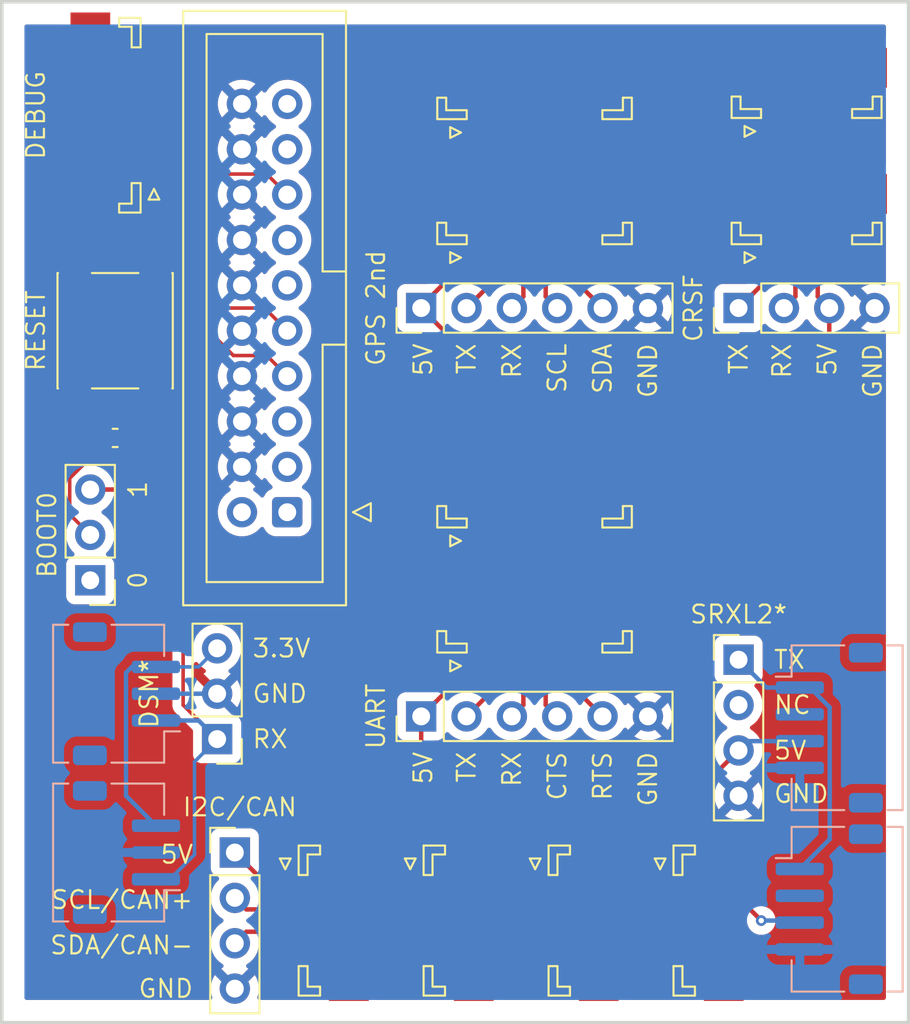
<source format=kicad_pcb>
(kicad_pcb (version 20241229) (generator "pcbnew") (generator_version "9.0")
  (layers (0 "F.Cu" signal) (2 "B.Cu" signal) (13 "F.Paste" user) (15 "B.Paste" user) (5 "F.SilkS" user "F.Silkscreen") (7 "B.SilkS" user "B.Silkscreen") (1 "F.Mask" user) (3 "B.Mask" user) (25 "Edge.Cuts" user))
  (net 0 "")
  (net 1 "GND")
  (net 2 "/BOOT0")
  (net 3 "/NRST")
  (net 4 "+3.3V")
  (net 5 "/SWDIO")
  (net 6 "/SWCLK")
  (net 7 "/I2C_SCL{slash}CAN2_P")
  (net 8 "+5V")
  (net 9 "/I2C_SDA{slash}CAN2_N")
  (net 10 "/UART_RX")
  (net 11 "/UART_RTS")
  (net 12 "/UART_CTS")
  (net 13 "/UART_TX")
  (net 14 "/UART1_TX")
  (net 15 "/UART1_RX")
  (net 16 "/GPS2_UART_TX")
  (net 17 "/GPS2_I2C_SCL")
  (net 18 "/GPS2_UART_RX")
  (net 19 "/GPS2_I2C_SDA")
  (net 32 "/CRSF_RX")
  (net 33 "/CRSF_TX")
  (footprint "Connector_PinHeader_2.54mm:PinHeader_1x04_P2.54mm_Vertical" (layer "F.Cu") (at 147.32 93.345)
    (property "Reference" "J18" (hide yes))
    (property "Value" "2.54mm 4P" (hide yes))
    (pad "1" thru_hole rect (at 0 0) (size 1.7 1.7) (drill 1) (layers "*.Cu" "*.Mask") (net 14 "/UART1_TX"))
    (pad "2" thru_hole circle (at 0 2.54) (size 1.7 1.7) (drill 1) (layers "*.Cu" "*.Mask"))
    (pad "3" thru_hole circle (at 0 5.08) (size 1.7 1.7) (drill 1) (layers "*.Cu" "*.Mask") (net 8 "+5V"))
    (pad "4" thru_hole circle (at 0 7.62) (size 1.7 1.7) (drill 1) (layers "*.Cu" "*.Mask") (net 1 "GND"))
  )
  (footprint "JST_GH_BM:JST_GH_BM06B-GHS-TBT_06" (layer "F.Cu") (at 135.89 91.52)
    (property "Reference" "J6" (hide yes))
    (property "Value" "GH 1.25mm 6P" (hide yes))
    (pad "" smd rect (at -5.05 -1.3875) (size 1.4 2.225) (layers "F.Cu" "F.Mask" "F.Paste"))
    (pad "" smd rect (at 5.05 -1.3875) (size 1.4 2.225) (layers "F.Cu" "F.Mask" "F.Paste"))
    (pad "1" smd rect (at -3.125 1.675) (size 0.6 1.8) (layers "F.Cu" "F.Mask" "F.Paste") (net 8 "+5V"))
    (pad "2" smd rect (at -1.875 1.675) (size 0.6 1.8) (layers "F.Cu" "F.Mask" "F.Paste") (net 13 "/UART_TX"))
    (pad "3" smd rect (at -0.625 1.675) (size 0.6 1.8) (layers "F.Cu" "F.Mask" "F.Paste") (net 10 "/UART_RX"))
    (pad "4" smd rect (at 0.625 1.675) (size 0.6 1.8) (layers "F.Cu" "F.Mask" "F.Paste") (net 12 "/UART_CTS"))
    (pad "5" smd rect (at 1.875 1.675) (size 0.6 1.8) (layers "F.Cu" "F.Mask" "F.Paste") (net 11 "/UART_RTS"))
    (pad "6" smd rect (at 3.125 1.675) (size 0.6 1.8) (layers "F.Cu" "F.Mask" "F.Paste") (net 1 "GND"))
  )
  (footprint "Connector_PinHeader_2.54mm:PinHeader_1x03_P2.54mm_Vertical" (layer "F.Cu") (at 111 88.9 180)
    (property "Reference" "J1" (hide yes))
    (property "Value" "2.54mm 3P" (hide yes))
    (pad "1" thru_hole rect (at 0 0 180) (size 1.7 1.7) (drill 1) (layers "*.Cu" "*.Mask"))
    (pad "2" thru_hole circle (at 0 2.54 180) (size 1.7 1.7) (drill 1) (layers "*.Cu" "*.Mask") (net 2 "/BOOT0"))
    (pad "3" thru_hole circle (at 0 5.08 180) (size 1.7 1.7) (drill 1) (layers "*.Cu" "*.Mask") (net 4 "+3.3V"))
  )
  (footprint "JST_GH_BM:JST_GH_BM04B-GHS-TBT_04" (layer "F.Cu") (at 151.13 68.66)
    (property "Reference" "J15" (hide yes))
    (property "Value" "GH 1.25mm 4P" (hide yes))
    (pad "" smd rect (at -3.8 -1.3875) (size 1.4 2.225) (layers "F.Cu" "F.Mask" "F.Paste"))
    (pad "" smd rect (at 3.8 -1.3875) (size 1.4 2.225) (layers "F.Cu" "F.Mask" "F.Paste"))
    (pad "1" smd rect (at -1.875 1.675) (size 0.6 1.8) (layers "F.Cu" "F.Mask" "F.Paste") (net 33 "/CRSF_TX"))
    (pad "2" smd rect (at -0.625 1.675) (size 0.6 1.8) (layers "F.Cu" "F.Mask" "F.Paste") (net 32 "/CRSF_RX"))
    (pad "3" smd rect (at 0.625 1.675) (size 0.6 1.8) (layers "F.Cu" "F.Mask" "F.Paste") (net 8 "+5V"))
    (pad "4" smd rect (at 1.875 1.675) (size 0.6 1.8) (layers "F.Cu" "F.Mask" "F.Paste") (net 1 "GND"))
  )
  (footprint "Connector_PinHeader_2.54mm:PinHeader_1x06_P2.54mm_Vertical" (layer "F.Cu") (at 129.54 96.52 90)
    (property "Reference" "J10" (hide yes))
    (property "Value" "2.54mm 6P" (hide yes))
    (pad "1" thru_hole rect (at 0 0 90) (size 1.7 1.7) (drill 1) (layers "*.Cu" "*.Mask") (net 8 "+5V"))
    (pad "2" thru_hole circle (at 0 2.54 90) (size 1.7 1.7) (drill 1) (layers "*.Cu" "*.Mask") (net 13 "/UART_TX"))
    (pad "3" thru_hole circle (at 0 5.08 90) (size 1.7 1.7) (drill 1) (layers "*.Cu" "*.Mask") (net 10 "/UART_RX"))
    (pad "4" thru_hole circle (at 0 7.62 90) (size 1.7 1.7) (drill 1) (layers "*.Cu" "*.Mask") (net 12 "/UART_CTS"))
    (pad "5" thru_hole circle (at 0 10.16 90) (size 1.7 1.7) (drill 1) (layers "*.Cu" "*.Mask") (net 11 "/UART_RTS"))
    (pad "6" thru_hole circle (at 0 12.7 90) (size 1.7 1.7) (drill 1) (layers "*.Cu" "*.Mask") (net 1 "GND"))
  )
  (footprint "Connector_PinHeader_2.54mm:PinHeader_1x04_P2.54mm_Vertical" (layer "F.Cu") (at 119.1 104.14)
    (property "Reference" "J11" (hide yes))
    (property "Value" "2.54mm 4P" (hide yes))
    (pad "1" thru_hole rect (at 0 0) (size 1.7 1.7) (drill 1) (layers "*.Cu" "*.Mask") (net 8 "+5V"))
    (pad "2" thru_hole circle (at 0 2.54) (size 1.7 1.7) (drill 1) (layers "*.Cu" "*.Mask") (net 7 "/I2C_SCL{slash}CAN2_P"))
    (pad "3" thru_hole circle (at 0 5.08) (size 1.7 1.7) (drill 1) (layers "*.Cu" "*.Mask") (net 9 "/I2C_SDA{slash}CAN2_N"))
    (pad "4" thru_hole circle (at 0 7.62) (size 1.7 1.7) (drill 1) (layers "*.Cu" "*.Mask") (net 1 "GND"))
  )
  (footprint "Capacitor_SMD:C_0603_1608Metric" (layer "F.Cu") (at 112.395 80.93 180)
    (property "Reference" "C1" (hide yes))
    (property "Value" "0.1u" (hide yes))
    (pad "1" smd roundrect (at -0.775 0 180) (size 0.9 0.95) (layers "F.Cu" "F.Mask" "F.Paste") (net 2 "/BOOT0"))
    (pad "2" smd roundrect (at 0.775 0 180) (size 0.9 0.95) (layers "F.Cu" "F.Mask" "F.Paste") (net 1 "GND"))
  )
  (footprint "Connector_IDC:IDC-Header_2x10_P2.54mm_Vertical" (layer "F.Cu") (at 122.0375 85.09 180)
    (property "Reference" "J8" (hide yes))
    (property "Value" "JTAG 20 Pin" (hide yes))
    (pad "1" thru_hole roundrect (at 0 0 180) (size 1.7 1.7) (drill 1) (layers "*.Cu" "*.Mask") (roundrect_rratio 0.147059))
    (pad "2" thru_hole circle (at 2.54 0 180) (size 1.7 1.7) (drill 1) (layers "*.Cu" "*.Mask"))
    (pad "3" thru_hole circle (at 0 2.54 180) (size 1.7 1.7) (drill 1) (layers "*.Cu" "*.Mask"))
    (pad "4" thru_hole circle (at 2.54 2.54 180) (size 1.7 1.7) (drill 1) (layers "*.Cu" "*.Mask") (net 1 "GND"))
    (pad "5" thru_hole circle (at 0 5.08 180) (size 1.7 1.7) (drill 1) (layers "*.Cu" "*.Mask"))
    (pad "6" thru_hole circle (at 2.54 5.08 180) (size 1.7 1.7) (drill 1) (layers "*.Cu" "*.Mask") (net 1 "GND"))
    (pad "7" thru_hole circle (at 0 7.62 180) (size 1.7 1.7) (drill 1) (layers "*.Cu" "*.Mask") (net 5 "/SWDIO"))
    (pad "8" thru_hole circle (at 2.54 7.62 180) (size 1.7 1.7) (drill 1) (layers "*.Cu" "*.Mask") (net 1 "GND"))
    (pad "9" thru_hole circle (at 0 10.16 180) (size 1.7 1.7) (drill 1) (layers "*.Cu" "*.Mask") (net 6 "/SWCLK"))
    (pad "10" thru_hole circle (at 2.54 10.16 180) (size 1.7 1.7) (drill 1) (layers "*.Cu" "*.Mask") (net 1 "GND"))
    (pad "11" thru_hole circle (at 0 12.7 180) (size 1.7 1.7) (drill 1) (layers "*.Cu" "*.Mask"))
    (pad "12" thru_hole circle (at 2.54 12.7 180) (size 1.7 1.7) (drill 1) (layers "*.Cu" "*.Mask") (net 1 "GND"))
    (pad "13" thru_hole circle (at 0 15.24 180) (size 1.7 1.7) (drill 1) (layers "*.Cu" "*.Mask"))
    (pad "14" thru_hole circle (at 2.54 15.24 180) (size 1.7 1.7) (drill 1) (layers "*.Cu" "*.Mask") (net 1 "GND"))
    (pad "15" thru_hole circle (at 0 17.78 180) (size 1.7 1.7) (drill 1) (layers "*.Cu" "*.Mask") (net 3 "/NRST"))
    (pad "16" thru_hole circle (at 2.54 17.78 180) (size 1.7 1.7) (drill 1) (layers "*.Cu" "*.Mask") (net 1 "GND"))
    (pad "17" thru_hole circle (at 0 20.32 180) (size 1.7 1.7) (drill 1) (layers "*.Cu" "*.Mask"))
    (pad "18" thru_hole circle (at 2.54 20.32 180) (size 1.7 1.7) (drill 1) (layers "*.Cu" "*.Mask") (net 1 "GND"))
    (pad "19" thru_hole circle (at 0 22.86 180) (size 1.7 1.7) (drill 1) (layers "*.Cu" "*.Mask"))
    (pad "20" thru_hole circle (at 2.54 22.86 180) (size 1.7 1.7) (drill 1) (layers "*.Cu" "*.Mask") (net 1 "GND"))
  )
  (footprint "JST_GH_BM:JST_GH_BM06B-GHS-TBT_06" (layer "F.Cu") (at 135.89 61.66)
    (property "Reference" "J12" (hide yes))
    (property "Value" "GH 1.25mm 6P" (hide yes))
    (pad "" smd rect (at -5.05 -1.3875) (size 1.4 2.225) (layers "F.Cu" "F.Mask" "F.Paste"))
    (pad "" smd rect (at 5.05 -1.3875) (size 1.4 2.225) (layers "F.Cu" "F.Mask" "F.Paste"))
    (pad "1" smd rect (at -3.125 1.675) (size 0.6 1.8) (layers "F.Cu" "F.Mask" "F.Paste") (net 8 "+5V"))
    (pad "2" smd rect (at -1.875 1.675) (size 0.6 1.8) (layers "F.Cu" "F.Mask" "F.Paste") (net 16 "/GPS2_UART_TX"))
    (pad "3" smd rect (at -0.625 1.675) (size 0.6 1.8) (layers "F.Cu" "F.Mask" "F.Paste") (net 18 "/GPS2_UART_RX"))
    (pad "4" smd rect (at 0.625 1.675) (size 0.6 1.8) (layers "F.Cu" "F.Mask" "F.Paste") (net 17 "/GPS2_I2C_SCL"))
    (pad "5" smd rect (at 1.875 1.675) (size 0.6 1.8) (layers "F.Cu" "F.Mask" "F.Paste") (net 19 "/GPS2_I2C_SDA"))
    (pad "6" smd rect (at 3.125 1.675) (size 0.6 1.8) (layers "F.Cu" "F.Mask" "F.Paste") (net 1 "GND"))
  )
  (footprint "JST_GH_BM:JST_GH_BM04B-GHS-TBT_04" (layer "F.Cu") (at 131.1 107.95 -90)
    (property "Reference" "J7" (hide yes))
    (property "Value" "GH 1.25mm 4P" (hide yes))
    (pad "" smd rect (at -3.8 -1.3875 270) (size 1.4 2.225) (layers "F.Cu" "F.Mask" "F.Paste"))
    (pad "" smd rect (at 3.8 -1.3875 270) (size 1.4 2.225) (layers "F.Cu" "F.Mask" "F.Paste"))
    (pad "1" smd rect (at -1.875 1.675 270) (size 0.6 1.8) (layers "F.Cu" "F.Mask" "F.Paste") (net 8 "+5V"))
    (pad "2" smd rect (at -0.625 1.675 270) (size 0.6 1.8) (layers "F.Cu" "F.Mask" "F.Paste") (net 7 "/I2C_SCL{slash}CAN2_P"))
    (pad "3" smd rect (at 0.625 1.675 270) (size 0.6 1.8) (layers "F.Cu" "F.Mask" "F.Paste") (net 9 "/I2C_SDA{slash}CAN2_N"))
    (pad "4" smd rect (at 1.875 1.675 270) (size 0.6 1.8) (layers "F.Cu" "F.Mask" "F.Paste") (net 1 "GND"))
  )
  (footprint "JST_GH_BM:JST_GH_BM06B-GHS-TBT_06" (layer "F.Cu") (at 135.89 68.66)
    (property "Reference" "J16" (hide yes))
    (property "Value" "GH 1.25mm 6P" (hide yes))
    (pad "" smd rect (at -5.05 -1.3875) (size 1.4 2.225) (layers "F.Cu" "F.Mask" "F.Paste"))
    (pad "" smd rect (at 5.05 -1.3875) (size 1.4 2.225) (layers "F.Cu" "F.Mask" "F.Paste"))
    (pad "1" smd rect (at -3.125 1.675) (size 0.6 1.8) (layers "F.Cu" "F.Mask" "F.Paste") (net 8 "+5V"))
    (pad "2" smd rect (at -1.875 1.675) (size 0.6 1.8) (layers "F.Cu" "F.Mask" "F.Paste") (net 16 "/GPS2_UART_TX"))
    (pad "3" smd rect (at -0.625 1.675) (size 0.6 1.8) (layers "F.Cu" "F.Mask" "F.Paste") (net 18 "/GPS2_UART_RX"))
    (pad "4" smd rect (at 0.625 1.675) (size 0.6 1.8) (layers "F.Cu" "F.Mask" "F.Paste") (net 17 "/GPS2_I2C_SCL"))
    (pad "5" smd rect (at 1.875 1.675) (size 0.6 1.8) (layers "F.Cu" "F.Mask" "F.Paste") (net 19 "/GPS2_I2C_SDA"))
    (pad "6" smd rect (at 3.125 1.675) (size 0.6 1.8) (layers "F.Cu" "F.Mask" "F.Paste") (net 1 "GND"))
  )
  (footprint "JST_GH_BM:JST_GH_BM04B-GHS-TBT_04" (layer "F.Cu") (at 151.13 61.595)
    (property "Reference" "J22" (hide yes))
    (property "Value" "GH 1.25mm 4P" (hide yes))
    (pad "" smd rect (at -3.8 -1.3875) (size 1.4 2.225) (layers "F.Cu" "F.Mask" "F.Paste"))
    (pad "" smd rect (at 3.8 -1.3875) (size 1.4 2.225) (layers "F.Cu" "F.Mask" "F.Paste"))
    (pad "1" smd rect (at -1.875 1.675) (size 0.6 1.8) (layers "F.Cu" "F.Mask" "F.Paste") (net 33 "/CRSF_TX"))
    (pad "2" smd rect (at -0.625 1.675) (size 0.6 1.8) (layers "F.Cu" "F.Mask" "F.Paste") (net 32 "/CRSF_RX"))
    (pad "3" smd rect (at 0.625 1.675) (size 0.6 1.8) (layers "F.Cu" "F.Mask" "F.Paste") (net 8 "+5V"))
    (pad "4" smd rect (at 1.875 1.675) (size 0.6 1.8) (layers "F.Cu" "F.Mask" "F.Paste") (net 1 "GND"))
  )
  (footprint "JST_GH_BM:JST_GH_BM04B-GHS-TBT_04" (layer "F.Cu") (at 124.1 107.95 -90)
    (property "Reference" "J9" (hide yes))
    (property "Value" "GH 1.25mm 4P" (hide yes))
    (pad "" smd rect (at -3.8 -1.3875 270) (size 1.4 2.225) (layers "F.Cu" "F.Mask" "F.Paste"))
    (pad "" smd rect (at 3.8 -1.3875 270) (size 1.4 2.225) (layers "F.Cu" "F.Mask" "F.Paste"))
    (pad "1" smd rect (at -1.875 1.675 270) (size 0.6 1.8) (layers "F.Cu" "F.Mask" "F.Paste") (net 8 "+5V"))
    (pad "2" smd rect (at -0.625 1.675 270) (size 0.6 1.8) (layers "F.Cu" "F.Mask" "F.Paste") (net 7 "/I2C_SCL{slash}CAN2_P"))
    (pad "3" smd rect (at 0.625 1.675 270) (size 0.6 1.8) (layers "F.Cu" "F.Mask" "F.Paste") (net 9 "/I2C_SDA{slash}CAN2_N"))
    (pad "4" smd rect (at 1.875 1.675 270) (size 0.6 1.8) (layers "F.Cu" "F.Mask" "F.Paste") (net 1 "GND"))
  )
  (footprint "Button_Switch_SMD:SW_SPST_PTS645" (layer "F.Cu") (at 112.395 74.93 90)
    (property "Reference" "SW1" (hide yes))
    (property "Value" "SW_Push" (hide yes))
    (pad "1" smd rect (at -3.98 -2.25 90) (size 1.55 1.3) (layers "F.Cu" "F.Mask" "F.Paste") (net 1 "GND"))
    (pad "1" smd rect (at 3.98 -2.25 90) (size 1.55 1.3) (layers "F.Cu" "F.Mask" "F.Paste") (net 1 "GND"))
    (pad "2" smd rect (at -3.98 2.25 90) (size 1.55 1.3) (layers "F.Cu" "F.Mask" "F.Paste") (net 2 "/BOOT0"))
    (pad "2" smd rect (at 3.98 2.25 90) (size 1.55 1.3) (layers "F.Cu" "F.Mask" "F.Paste") (net 2 "/BOOT0"))
  )
  (footprint "Connector_PinHeader_2.54mm:PinHeader_1x03_P2.54mm_Vertical" (layer "F.Cu") (at 118.11 97.79 180)
    (property "Reference" "J17" (hide yes))
    (property "Value" "2.54mm 3P" (hide yes))
    (pad "1" thru_hole rect (at 0 0 180) (size 1.7 1.7) (drill 1) (layers "*.Cu" "*.Mask") (net 4 "+3.3V"))
    (pad "2" thru_hole circle (at 0 2.54 180) (size 1.7 1.7) (drill 1) (layers "*.Cu" "*.Mask") (net 1 "GND"))
    (pad "3" thru_hole circle (at 0 5.08 180) (size 1.7 1.7) (drill 1) (layers "*.Cu" "*.Mask") (net 15 "/UART1_RX"))
  )
  (footprint "JST_GH_BM:JST_GH_BM04B-GHS-TBT_04" (layer "F.Cu") (at 145.1 107.95 -90)
    (property "Reference" "J3" (hide yes))
    (property "Value" "GH 1.25mm 4P" (hide yes))
    (pad "" smd rect (at -3.8 -1.3875 270) (size 1.4 2.225) (layers "F.Cu" "F.Mask" "F.Paste"))
    (pad "" smd rect (at 3.8 -1.3875 270) (size 1.4 2.225) (layers "F.Cu" "F.Mask" "F.Paste"))
    (pad "1" smd rect (at -1.875 1.675 270) (size 0.6 1.8) (layers "F.Cu" "F.Mask" "F.Paste") (net 8 "+5V"))
    (pad "2" smd rect (at -0.625 1.675 270) (size 0.6 1.8) (layers "F.Cu" "F.Mask" "F.Paste") (net 7 "/I2C_SCL{slash}CAN2_P"))
    (pad "3" smd rect (at 0.625 1.675 270) (size 0.6 1.8) (layers "F.Cu" "F.Mask" "F.Paste") (net 9 "/I2C_SDA{slash}CAN2_N"))
    (pad "4" smd rect (at 1.875 1.675 270) (size 0.6 1.8) (layers "F.Cu" "F.Mask" "F.Paste") (net 1 "GND"))
  )
  (footprint "JST_GH_BM:JST_GH_BM06B-GHS-TBT_06" (layer "F.Cu") (at 112.395 62.865 90)
    (property "Reference" "J2" (hide yes))
    (property "Value" "GH 1.25mm 6P" (hide yes))
    (pad "" smd rect (at -5.05 -1.3875 90) (size 1.4 2.225) (layers "F.Cu" "F.Mask" "F.Paste"))
    (pad "" smd rect (at 5.05 -1.3875 90) (size 1.4 2.225) (layers "F.Cu" "F.Mask" "F.Paste"))
    (pad "1" smd rect (at -3.125 1.675 90) (size 0.6 1.8) (layers "F.Cu" "F.Mask" "F.Paste") (net 4 "+3.3V"))
    (pad "2" smd rect (at -1.875 1.675 90) (size 0.6 1.8) (layers "F.Cu" "F.Mask" "F.Paste") (net 5 "/SWDIO"))
    (pad "3" smd rect (at -0.625 1.675 90) (size 0.6 1.8) (layers "F.Cu" "F.Mask" "F.Paste") (net 6 "/SWCLK"))
    (pad "4" smd rect (at 0.625 1.675 90) (size 0.6 1.8) (layers "F.Cu" "F.Mask" "F.Paste") (net 3 "/NRST"))
    (pad "5" smd rect (at 1.875 1.675 90) (size 0.6 1.8) (layers "F.Cu" "F.Mask" "F.Paste") (net 2 "/BOOT0"))
    (pad "6" smd rect (at 3.125 1.675 90) (size 0.6 1.8) (layers "F.Cu" "F.Mask" "F.Paste") (net 1 "GND"))
  )
  (footprint "Connector_PinHeader_2.54mm:PinHeader_1x04_P2.54mm_Vertical" (layer "F.Cu") (at 147.32 73.66 90)
    (property "Reference" "J19" (hide yes))
    (property "Value" "2.54mm 4P" (hide yes))
    (pad "1" thru_hole rect (at 0 0 90) (size 1.7 1.7) (drill 1) (layers "*.Cu" "*.Mask") (net 33 "/CRSF_TX"))
    (pad "2" thru_hole circle (at 0 2.54 90) (size 1.7 1.7) (drill 1) (layers "*.Cu" "*.Mask") (net 32 "/CRSF_RX"))
    (pad "3" thru_hole circle (at 0 5.08 90) (size 1.7 1.7) (drill 1) (layers "*.Cu" "*.Mask") (net 8 "+5V"))
    (pad "4" thru_hole circle (at 0 7.62 90) (size 1.7 1.7) (drill 1) (layers "*.Cu" "*.Mask") (net 1 "GND"))
  )
  (footprint "Connector_PinHeader_2.54mm:PinHeader_1x06_P2.54mm_Vertical" (layer "F.Cu") (at 129.54 73.66 90)
    (property "Reference" "J20" (hide yes))
    (property "Value" "2.54mm 6P" (hide yes))
    (pad "1" thru_hole rect (at 0 0 90) (size 1.7 1.7) (drill 1) (layers "*.Cu" "*.Mask") (net 8 "+5V"))
    (pad "2" thru_hole circle (at 0 2.54 90) (size 1.7 1.7) (drill 1) (layers "*.Cu" "*.Mask") (net 16 "/GPS2_UART_TX"))
    (pad "3" thru_hole circle (at 0 5.08 90) (size 1.7 1.7) (drill 1) (layers "*.Cu" "*.Mask") (net 18 "/GPS2_UART_RX"))
    (pad "4" thru_hole circle (at 0 7.62 90) (size 1.7 1.7) (drill 1) (layers "*.Cu" "*.Mask") (net 17 "/GPS2_I2C_SCL"))
    (pad "5" thru_hole circle (at 0 10.16 90) (size 1.7 1.7) (drill 1) (layers "*.Cu" "*.Mask") (net 19 "/GPS2_I2C_SDA"))
    (pad "6" thru_hole circle (at 0 12.7 90) (size 1.7 1.7) (drill 1) (layers "*.Cu" "*.Mask") (net 1 "GND"))
  )
  (footprint "JST_GH_BM:JST_GH_BM06B-GHS-TBT_06" (layer "F.Cu") (at 135.89 84.52)
    (property "Reference" "J4" (hide yes))
    (property "Value" "GH 1.25mm 6P" (hide yes))
    (pad "" smd rect (at -5.05 -1.3875) (size 1.4 2.225) (layers "F.Cu" "F.Mask" "F.Paste"))
    (pad "" smd rect (at 5.05 -1.3875) (size 1.4 2.225) (layers "F.Cu" "F.Mask" "F.Paste"))
    (pad "1" smd rect (at -3.125 1.675) (size 0.6 1.8) (layers "F.Cu" "F.Mask" "F.Paste") (net 8 "+5V"))
    (pad "2" smd rect (at -1.875 1.675) (size 0.6 1.8) (layers "F.Cu" "F.Mask" "F.Paste") (net 13 "/UART_TX"))
    (pad "3" smd rect (at -0.625 1.675) (size 0.6 1.8) (layers "F.Cu" "F.Mask" "F.Paste") (net 10 "/UART_RX"))
    (pad "4" smd rect (at 0.625 1.675) (size 0.6 1.8) (layers "F.Cu" "F.Mask" "F.Paste") (net 12 "/UART_CTS"))
    (pad "5" smd rect (at 1.875 1.675) (size 0.6 1.8) (layers "F.Cu" "F.Mask" "F.Paste") (net 11 "/UART_RTS"))
    (pad "6" smd rect (at 3.125 1.675) (size 0.6 1.8) (layers "F.Cu" "F.Mask" "F.Paste") (net 1 "GND"))
  )
  (footprint "JST_GH_BM:JST_GH_BM04B-GHS-TBT_04" (layer "F.Cu") (at 138.1 107.95 -90)
    (property "Reference" "J5" (hide yes))
    (property "Value" "GH 1.25mm 4P" (hide yes))
    (pad "" smd rect (at -3.8 -1.3875 270) (size 1.4 2.225) (layers "F.Cu" "F.Mask" "F.Paste"))
    (pad "" smd rect (at 3.8 -1.3875 270) (size 1.4 2.225) (layers "F.Cu" "F.Mask" "F.Paste"))
    (pad "1" smd rect (at -1.875 1.675 270) (size 0.6 1.8) (layers "F.Cu" "F.Mask" "F.Paste") (net 8 "+5V"))
    (pad "2" smd rect (at -0.625 1.675 270) (size 0.6 1.8) (layers "F.Cu" "F.Mask" "F.Paste") (net 7 "/I2C_SCL{slash}CAN2_P"))
    (pad "3" smd rect (at 0.625 1.675 270) (size 0.6 1.8) (layers "F.Cu" "F.Mask" "F.Paste") (net 9 "/I2C_SDA{slash}CAN2_N"))
    (pad "4" smd rect (at 1.875 1.675 270) (size 0.6 1.8) (layers "F.Cu" "F.Mask" "F.Paste") (net 1 "GND"))
  )
  (footprint "JST_ZH:JST_ZH_S3B-ZR-SM4A-TF_1x03-1MP_P1.50mm_Horizontal" (layer "B.Cu") (at 113.03 95.25 90)
    (property "Reference" "J13" (hide yes))
    (property "Value" "ZH 1.5mm 3P" (hide yes))
    (pad "1" smd roundrect (at -1.5 1.65 90) (size 0.7 2.7) (layers "B.Cu" "B.Mask" "B.Paste") (net 4 "+3.3V"))
    (pad "2" smd roundrect (at 0 1.65 90) (size 0.7 2.7) (layers "B.Cu" "B.Mask" "B.Paste") (net 1 "GND"))
    (pad "3" smd roundrect (at 1.5 1.65 90) (size 0.7 2.7) (layers "B.Cu" "B.Mask" "B.Paste") (net 15 "/UART1_RX"))
    (pad "MP" smd roundrect (at -3.45 -2.05 90) (size 1.1 1.9) (layers "B.Cu" "B.Mask" "B.Paste") (roundrect_rratio 0.227273))
    (pad "MP" smd roundrect (at 3.45 -2.05 90) (size 1.1 1.9) (layers "B.Cu" "B.Mask" "B.Paste") (roundrect_rratio 0.227273))
  )
  (footprint "JST_ZH:JST_ZH_S3B-ZR-SM4A-TF_1x03-1MP_P1.50mm_Horizontal" (layer "B.Cu") (at 113.03 104.14 90)
    (property "Reference" "J21" (hide yes))
    (property "Value" "ZH 1.5mm 3P" (hide yes))
    (pad "1" smd roundrect (at -1.5 1.65 90) (size 0.7 2.7) (layers "B.Cu" "B.Mask" "B.Paste") (net 4 "+3.3V"))
    (pad "2" smd roundrect (at 0 1.65 90) (size 0.7 2.7) (layers "B.Cu" "B.Mask" "B.Paste") (net 1 "GND"))
    (pad "3" smd roundrect (at 1.5 1.65 90) (size 0.7 2.7) (layers "B.Cu" "B.Mask" "B.Paste") (net 15 "/UART1_RX"))
    (pad "MP" smd roundrect (at -3.45 -2.05 90) (size 1.1 1.9) (layers "B.Cu" "B.Mask" "B.Paste") (roundrect_rratio 0.227273))
    (pad "MP" smd roundrect (at 3.45 -2.05 90) (size 1.1 1.9) (layers "B.Cu" "B.Mask" "B.Paste") (roundrect_rratio 0.227273))
  )
  (footprint "JST_ZH:JST_ZH_S4B-ZR-SM4A-TF_1x04-1MP_P1.50mm_Horizontal" (layer "B.Cu") (at 152.4 107.315 -90)
    (property "Reference" "J23" (hide yes))
    (property "Value" "ZH 1.5mm 4P" (hide yes))
    (pad "1" smd roundrect (at -2.25 1.65 270) (size 0.7 2.7) (layers "B.Cu" "B.Mask" "B.Paste") (net 14 "/UART1_TX"))
    (pad "2" smd roundrect (at -0.75 1.65 270) (size 0.7 2.7) (layers "B.Cu" "B.Mask" "B.Paste"))
    (pad "3" smd roundrect (at 0.75 1.65 270) (size 0.7 2.7) (layers "B.Cu" "B.Mask" "B.Paste") (net 8 "+5V"))
    (pad "4" smd roundrect (at 2.25 1.65 270) (size 0.7 2.7) (layers "B.Cu" "B.Mask" "B.Paste") (net 1 "GND"))
    (pad "MP" smd roundrect (at -4.2 -2.05 270) (size 1.1 1.9) (layers "B.Cu" "B.Mask" "B.Paste") (roundrect_rratio 0.227273))
    (pad "MP" smd roundrect (at 4.2 -2.05 270) (size 1.1 1.9) (layers "B.Cu" "B.Mask" "B.Paste") (roundrect_rratio 0.227273))
  )
  (footprint "JST_ZH:JST_ZH_S4B-ZR-SM4A-TF_1x04-1MP_P1.50mm_Horizontal" (layer "B.Cu") (at 152.4 97.155 -90)
    (property "Reference" "J14" (hide yes))
    (property "Value" "ZH 1.5mm 4P" (hide yes))
    (pad "1" smd roundrect (at -2.25 1.65 270) (size 0.7 2.7) (layers "B.Cu" "B.Mask" "B.Paste") (net 14 "/UART1_TX"))
    (pad "2" smd roundrect (at -0.75 1.65 270) (size 0.7 2.7) (layers "B.Cu" "B.Mask" "B.Paste"))
    (pad "3" smd roundrect (at 0.75 1.65 270) (size 0.7 2.7) (layers "B.Cu" "B.Mask" "B.Paste") (net 8 "+5V"))
    (pad "4" smd roundrect (at 2.25 1.65 270) (size 0.7 2.7) (layers "B.Cu" "B.Mask" "B.Paste") (net 1 "GND"))
    (pad "MP" smd roundrect (at -4.2 -2.05 270) (size 1.1 1.9) (layers "B.Cu" "B.Mask" "B.Paste") (roundrect_rratio 0.227273))
    (pad "MP" smd roundrect (at 4.2 -2.05 270) (size 1.1 1.9) (layers "B.Cu" "B.Mask" "B.Paste") (roundrect_rratio 0.227273))
  )
  (gr_rect (start 106.045 56.515) (end 156.845 113.665) (stroke (width 0.2)) (fill no) (layer "Edge.Cuts"))
  (gr_text "GND" (at 116.84 111.76 0) (layer "F.SilkS") (effects (font (size 1 1) (thickness 0.125)) (justify right)))
  (gr_text "GND" (at 154.83 75.565 90) (layer "F.SilkS") (effects (font (size 1 1) (thickness 0.125)) (justify right)))
  (gr_text "RTS" (at 139.7 98.425 90) (layer "F.SilkS") (effects (font (size 1 1) (thickness 0.125)) (justify right)))
  (gr_text "5V" (at 129.65 75.565 90) (layer "F.SilkS") (effects (font (size 1 1) (thickness 0.125)) (justify right)))
  (gr_text "TX" (at 132.08 98.425 90) (layer "F.SilkS") (effects (font (size 1 1) (thickness 0.125)) (justify right)))
  (gr_text "RESET" (at 107.95 74.93 90) (layer "F.SilkS") (effects (font (size 1 1) (thickness 0.125))))
  (gr_text "RX" (at 120.015 97.79 0) (layer "F.SilkS") (effects (font (size 1 1) (thickness 0.125)) (justify left)))
  (gr_text "RX" (at 149.75 75.565 90) (layer "F.SilkS") (effects (font (size 1 1) (thickness 0.125)) (justify right)))
  (gr_text "5V" (at 116.84 104.25 0) (layer "F.SilkS") (effects (font (size 1 1) (thickness 0.125)) (justify right)))
  (gr_text "0" (at 113.665 88.9 90) (layer "F.SilkS") (effects (font (size 1 1) (thickness 0.125))))
  (gr_text "RX" (at 134.62 98.425 90) (layer "F.SilkS") (effects (font (size 1 1) (thickness 0.125)) (justify right)))
  (gr_text "TX" (at 149.225 93.345 0) (layer "F.SilkS") (effects (font (size 1 1) (thickness 0.125)) (justify left)))
  (gr_text "DEBUG" (at 107.95 62.865 90) (layer "F.SilkS") (effects (font (size 1 1) (thickness 0.125))))
  (gr_text "CTS" (at 137.16 98.425 90) (layer "F.SilkS") (effects (font (size 1 1) (thickness 0.125)) (justify right)))
  (gr_text "5V" (at 129.65 98.425 90) (layer "F.SilkS") (effects (font (size 1 1) (thickness 0.125)) (justify right)))
  (gr_text "I2C/CAN" (at 119.38 101.6 0) (layer "F.SilkS") (effects (font (size 1 1) (thickness 0.125))))
  (gr_text "SDA/CAN-" (at 116.84 109.33 0) (layer "F.SilkS") (effects (font (size 1 1) (thickness 0.125)) (justify right)))
  (gr_text "CRSF" (at 144.78 73.66 90) (layer "F.SilkS") (effects (font (size 1 1) (thickness 0.125))))
  (gr_text "SRXL2*" (at 147.32 90.805 0) (layer "F.SilkS") (effects (font (size 1 1) (thickness 0.125))))
  (gr_text "NC" (at 149.225 95.885 0) (layer "F.SilkS") (effects (font (size 1 1) (thickness 0.125)) (justify left)))
  (gr_text "5V" (at 152.29 75.565 90) (layer "F.SilkS") (effects (font (size 1 1) (thickness 0.125)) (justify right)))
  (gr_text "BOOT0" (at 108.585 86.36 90) (layer "F.SilkS") (effects (font (size 1 1) (thickness 0.125))))
  (gr_text "GND" (at 142.24 98.425 90) (layer "F.SilkS") (effects (font (size 1 1) (thickness 0.125)) (justify right)))
  (gr_text "RX" (at 134.62 75.565 90) (layer "F.SilkS") (effects (font (size 1 1) (thickness 0.125)) (justify right)))
  (gr_text "SCL/CAN+" (at 116.84 106.79 0) (layer "F.SilkS") (effects (font (size 1 1) (thickness 0.125)) (justify right)))
  (gr_text "DSM*" (at 114.3 95.25 90) (layer "F.SilkS") (effects (font (size 1 1) (thickness 0.125))))
  (gr_text "GPS 2nd" (at 127 73.66 90) (layer "F.SilkS") (effects (font (size 1 1) (thickness 0.125))))
  (gr_text "UART" (at 127 96.52 90) (layer "F.SilkS") (effects (font (size 1 1) (thickness 0.125))))
  (gr_text "5V" (at 149.225 98.425 0) (layer "F.SilkS") (effects (font (size 1 1) (thickness 0.125)) (justify left)))
  (gr_text "SDA" (at 139.7 75.565 90) (layer "F.SilkS") (effects (font (size 1 1) (thickness 0.125)) (justify right)))
  (gr_text "TX" (at 147.32 75.565 90) (layer "F.SilkS") (effects (font (size 1 1) (thickness 0.125)) (justify right)))
  (gr_text "3.3V" (at 120.015 92.71 0) (layer "F.SilkS") (effects (font (size 1 1) (thickness 0.125)) (justify left)))
  (gr_text "1" (at 113.665 83.82 90) (layer "F.SilkS") (effects (font (size 1 1) (thickness 0.125))))
  (gr_text "GND" (at 142.24 75.565 90) (layer "F.SilkS") (effects (font (size 1 1) (thickness 0.125)) (justify right)))
  (gr_text "GND" (at 149.225 100.855 0) (layer "F.SilkS") (effects (font (size 1 1) (thickness 0.125)) (justify left)))
  (gr_text "TX" (at 132.08 75.565 90) (layer "F.SilkS") (effects (font (size 1 1) (thickness 0.125)) (justify right)))
  (gr_text "SCL" (at 137.16 75.565 90) (layer "F.SilkS") (effects (font (size 1 1) (thickness 0.125)) (justify right)))
  (gr_text "GND" (at 120.015 95.25 0) (layer "F.SilkS") (effects (font (size 1 1) (thickness 0.125)) (justify left)))
  (segment (start 119.1 111.76) (end 121.035 109.825) (width 0.25) (layer "F.Cu") (net 1))
  (segment (start 153.005 71.725) (end 154.94 73.66) (width 0.25) (layer "F.Cu") (net 1))
  (segment (start 139.015 63.335) (end 139.015 70.335) (width 0.25) (layer "F.Cu") (net 1))
  (segment (start 153.005 63.27) (end 153.005 70.335) (width 0.25) (layer "F.Cu") (net 1))
  (segment (start 142.24 73.66) (end 139.015 70.435) (width 0.25) (layer "F.Cu") (net 1))
  (segment (start 139.015 93.295) (end 139.015 93.195) (width 0.25) (layer "F.Cu") (net 1))
  (segment (start 153.005 70.335) (end 153.005 71.725) (width 0.25) (layer "F.Cu") (net 1))
  (segment (start 121.035 109.825) (end 122.425 109.825) (width 0.25) (layer "F.Cu") (net 1))
  (segment (start 139.015 70.435) (end 139.015 70.335) (width 0.25) (layer "F.Cu") (net 1))
  (segment (start 143.425 109.825) (end 122.425 109.825) (width 0.25) (layer "F.Cu") (net 1))
  (segment (start 142.24 96.52) (end 139.015 93.295) (width 0.25) (layer "F.Cu") (net 1))
  (segment (start 139.015 86.195) (end 139.015 93.195) (width 0.25) (layer "F.Cu") (net 1))
  (segment (start 148.88 99.405) (end 147.32 100.965) (width 0.25) (layer "B.Cu") (net 1))
  (segment (start 150.75 99.405) (end 148.88 99.405) (width 0.25) (layer "B.Cu") (net 1))
  (segment (start 114.68 95.25) (end 118.11 95.25) (width 0.25) (layer "B.Cu") (net 1))
  (segment (start 111.334 81.706) (end 112.394 81.706) (width 0.2) (layer "F.Cu") (net 2))
  (segment (start 113.47 60.99) (end 112.421 62.039) (width 0.2) (layer "F.Cu") (net 2))
  (segment (start 111 86.36) (end 109.849 85.209) (width 0.2) (layer "F.Cu") (net 2))
  (segment (start 112.421 62.039) (end 112.421 69.876) (width 0.2) (layer "F.Cu") (net 2))
  (segment (start 114.645 70.95) (end 114.645 78.91) (width 0.2) (layer "F.Cu") (net 2))
  (segment (start 113.495 70.95) (end 114.645 70.95) (width 0.2) (layer "F.Cu") (net 2))
  (segment (start 113.17 80.385) (end 114.645 78.91) (width 0.2) (layer "F.Cu") (net 2))
  (segment (start 112.421 69.876) (end 113.495 70.95) (width 0.2) (layer "F.Cu") (net 2))
  (segment (start 114.07 60.99) (end 113.47 60.99) (width 0.2) (layer "F.Cu") (net 2))
  (segment (start 109.849 83.191) (end 111.334 81.706) (width 0.2) (layer "F.Cu") (net 2))
  (segment (start 109.849 85.209) (end 109.849 83.191) (width 0.2) (layer "F.Cu") (net 2))
  (segment (start 112.394 81.706) (end 113.17 80.93) (width 0.2) (layer "F.Cu") (net 2))
  (segment (start 113.17 80.93) (end 113.17 80.385) (width 0.2) (layer "F.Cu") (net 2))
  (segment (start 114.07 62.24) (end 114.67 62.24) (width 0.2) (layer "F.Cu") (net 3))
  (segment (start 120.8865 66.159) (end 122.0375 67.31) (width 0.2) (layer "F.Cu") (net 3))
  (segment (start 114.67 62.24) (end 118.589 66.159) (width 0.2) (layer "F.Cu") (net 3))
  (segment (start 118.589 66.159) (end 120.8865 66.159) (width 0.2) (layer "F.Cu") (net 3))
  (segment (start 116.205 95.885) (end 116.205 82.55) (width 0.2) (layer "F.Cu") (net 4))
  (segment (start 116.205 82.55) (end 114.935 83.82) (width 0.25) (layer "F.Cu") (net 4))
  (segment (start 114.07 65.99) (end 116.205 68.125) (width 0.25) (layer "F.Cu") (net 4))
  (segment (start 116.205 68.125) (end 116.205 82.55) (width 0.25) (layer "F.Cu") (net 4))
  (segment (start 114.935 83.82) (end 111 83.82) (width 0.25) (layer "F.Cu") (net 4))
  (segment (start 118.11 97.79) (end 116.205 95.885) (width 0.2) (layer "F.Cu") (net 4))
  (segment (start 115.459 105.64) (end 116.84 104.259) (width 0.2) (layer "B.Cu") (net 4))
  (segment (start 116.84 99.06) (end 118.11 97.79) (width 0.2) (layer "B.Cu") (net 4))
  (segment (start 117.07 96.75) (end 118.11 97.79) (width 0.25) (layer "B.Cu") (net 4))
  (segment (start 114.68 96.75) (end 117.07 96.75) (width 0.25) (layer "B.Cu") (net 4))
  (segment (start 114.68 105.64) (end 115.459 105.64) (width 0.2) (layer "B.Cu") (net 4))
  (segment (start 116.84 104.259) (end 116.84 99.06) (width 0.2) (layer "B.Cu") (net 4))
  (segment (start 117.016 74.31426) (end 119.02074 76.319) (width 0.2) (layer "F.Cu") (net 5))
  (segment (start 120.8865 76.319) (end 122.0375 77.47) (width 0.2) (layer "F.Cu") (net 5))
  (segment (start 117.016 67.134) (end 117.016 74.31426) (width 0.2) (layer "F.Cu") (net 5))
  (segment (start 114.07 64.74) (end 114.622 64.74) (width 0.2) (layer "F.Cu") (net 5))
  (segment (start 114.622 64.74) (end 117.016 67.134) (width 0.2) (layer "F.Cu") (net 5))
  (segment (start 119.02074 76.319) (end 120.8865 76.319) (width 0.2) (layer "F.Cu") (net 5))
  (segment (start 122.0375 74.93) (end 120.7675 73.66) (width 0.2) (layer "F.Cu") (net 6))
  (segment (start 117.475 72.39) (end 117.475 66.295) (width 0.2) (layer "F.Cu") (net 6))
  (segment (start 114.67 63.49) (end 114.07 63.49) (width 0.2) (layer "F.Cu") (net 6))
  (segment (start 120.7675 73.66) (end 118.745 73.66) (width 0.2) (layer "F.Cu") (net 6))
  (segment (start 118.745 73.66) (end 117.475 72.39) (width 0.2) (layer "F.Cu") (net 6))
  (segment (start 117.475 66.295) (end 114.67 63.49) (width 0.2) (layer "F.Cu") (net 6))
  (segment (start 119.745 107.325) (end 122.425 107.325) (width 0.25) (layer "F.Cu") (net 7))
  (segment (start 143.425 107.325) (end 122.425 107.325) (width 0.25) (layer "F.Cu") (net 7))
  (segment (start 119.1 106.68) (end 119.745 107.325) (width 0.25) (layer "F.Cu") (net 7))
  (segment (start 149.86 79.375) (end 132.765 79.375) (width 0.25) (layer "F.Cu") (net 8))
  (segment (start 129.54 96.52) (end 129.54 105.96) (width 0.25) (layer "F.Cu") (net 8))
  (segment (start 143.425 102.32) (end 147.32 98.425) (width 0.25) (layer "F.Cu") (net 8))
  (segment (start 129.54 105.96) (end 129.425 106.075) (width 0.25) (layer "F.Cu") (net 8))
  (segment (start 152.4 76.835) (end 149.86 79.375) (width 0.25) (layer "F.Cu") (net 8))
  (segment (start 132.765 63.335) (end 132.765 70.335) (width 0.25) (layer "F.Cu") (net 8))
  (segment (start 151.755 73.015) (end 151.755 70.335) (width 0.25) (layer "F.Cu") (net 8))
  (segment (start 143.425 106.075) (end 143.425 102.32) (width 0.25) (layer "F.Cu") (net 8))
  (segment (start 146.715 106.075) (end 148.59 107.95) (width 0.25) (layer "F.Cu") (net 8))
  (segment (start 129.54 96.52) (end 132.765 93.295) (width 0.25) (layer "F.Cu") (net 8))
  (segment (start 129.54 73.66) (end 132.765 76.885) (width 0.25) (layer "F.Cu") (net 8))
  (segment (start 129.54 73.66) (end 129.54 73.56) (width 0.25) (layer "F.Cu") (net 8))
  (segment (start 132.765 86.195) (end 132.765 93.195) (width 0.25) (layer "F.Cu") (net 8))
  (segment (start 143.425 106.075) (end 146.715 106.075) (width 0.25) (layer "F.Cu") (net 8))
  (segment (start 132.765 93.295) (end 132.765 93.195) (width 0.25) (layer "F.Cu") (net 8))
  (segment (start 152.4 73.66) (end 152.4 76.835) (width 0.25) (layer "F.Cu") (net 8))
  (segment (start 132.765 76.885) (end 132.765 79.375) (width 0.25) (layer "F.Cu") (net 8))
  (segment (start 151.755 63.27) (end 151.755 70.335) (width 0.25) (layer "F.Cu") (net 8))
  (segment (start 121.035 106.075) (end 119.1 104.14) (width 0.25) (layer "F.Cu") (net 8))
  (segment (start 143.425 106.075) (end 122.425 106.075) (width 0.25) (layer "F.Cu") (net 8))
  (segment (start 152.4 73.66) (end 151.755 73.015) (width 0.25) (layer "F.Cu") (net 8))
  (segment (start 132.765 79.375) (end 132.765 86.195) (width 0.25) (layer "F.Cu") (net 8))
  (segment (start 122.425 106.075) (end 121.035 106.075) (width 0.25) (layer "F.Cu") (net 8))
  (segment (start 129.54 73.56) (end 132.765 70.335) (width 0.25) (layer "F.Cu") (net 8))
  (via (at 148.59 107.95) (size 0.6) (drill 0.3) (layers "F.Cu" "B.Cu") (net 8))
  (segment (start 150.75 97.905) (end 147.84 97.905) (width 0.25) (layer "B.Cu") (net 8))
  (segment (start 147.84 97.905) (end 147.32 98.425) (width 0.25) (layer "B.Cu") (net 8))
  (segment (start 148.59 107.95) (end 150.635 107.95) (width 0.25) (layer "B.Cu") (net 8))
  (segment (start 150.635 107.95) (end 150.75 108.065) (width 0.25) (layer "B.Cu") (net 8))
  (segment (start 119.1 109.22) (end 119.745 108.575) (width 0.25) (layer "F.Cu") (net 9))
  (segment (start 119.745 108.575) (end 122.425 108.575) (width 0.25) (layer "F.Cu") (net 9))
  (segment (start 143.425 108.575) (end 122.425 108.575) (width 0.25) (layer "F.Cu") (net 9))
  (segment (start 134.62 96.52) (end 135.265 95.875) (width 0.25) (layer "F.Cu") (net 10))
  (segment (start 135.265 95.875) (end 135.265 93.195) (width 0.25) (layer "F.Cu") (net 10))
  (segment (start 135.265 86.195) (end 135.265 93.195) (width 0.25) (layer "F.Cu") (net 10))
  (segment (start 137.765 94.585) (end 137.765 93.195) (width 0.25) (layer "F.Cu") (net 11))
  (segment (start 137.765 86.195) (end 137.765 93.195) (width 0.25) (layer "F.Cu") (net 11))
  (segment (start 139.7 96.52) (end 137.765 94.585) (width 0.25) (layer "F.Cu") (net 11))
  (segment (start 136.515 95.875) (end 136.515 93.195) (width 0.25) (layer "F.Cu") (net 12))
  (segment (start 136.515 86.195) (end 136.515 93.195) (width 0.25) (layer "F.Cu") (net 12))
  (segment (start 137.16 96.52) (end 136.515 95.875) (width 0.25) (layer "F.Cu") (net 12))
  (segment (start 134.015 94.585) (end 134.015 93.195) (width 0.25) (layer "F.Cu") (net 13))
  (segment (start 132.08 96.52) (end 134.015 94.585) (width 0.25) (layer "F.Cu") (net 13))
  (segment (start 134.015 86.195) (end 134.015 93.195) (width 0.25) (layer "F.Cu") (net 13))
  (segment (start 152.426 103.389) (end 152.426 96.01763) (width 0.25) (layer "B.Cu") (net 14))
  (segment (start 150.75 94.905) (end 148.88 94.905) (width 0.25) (layer "B.Cu") (net 14))
  (segment (start 150.75 105.065) (end 152.426 103.389) (width 0.25) (layer "B.Cu") (net 14))
  (segment (start 151.31337 94.905) (end 150.75 94.905) (width 0.25) (layer "B.Cu") (net 14))
  (segment (start 152.426 96.01763) (end 151.31337 94.905) (width 0.25) (layer "B.Cu") (net 14))
  (segment (start 148.88 94.905) (end 147.32 93.345) (width 0.25) (layer "B.Cu") (net 14))
  (segment (start 114.68 93.75) (end 117.07 93.75) (width 0.2) (layer "B.Cu") (net 15))
  (segment (start 113.33 93.75) (end 114.68 93.75) (width 0.25) (layer "B.Cu") (net 15))
  (segment (start 113.004 94.076) (end 113.33 93.75) (width 0.25) (layer "B.Cu") (net 15))
  (segment (start 113.004 100.964) (end 113.004 94.076) (width 0.25) (layer "B.Cu") (net 15))
  (segment (start 117.07 93.75) (end 118.11 92.71) (width 0.2) (layer "B.Cu") (net 15))
  (segment (start 114.68 102.64) (end 113.004 100.964) (width 0.25) (layer "B.Cu") (net 15))
  (segment (start 132.08 73.66) (end 134.015 71.725) (width 0.25) (layer "F.Cu") (net 16))
  (segment (start 134.015 63.335) (end 134.015 70.335) (width 0.25) (layer "F.Cu") (net 16))
  (segment (start 134.015 71.725) (end 134.015 70.335) (width 0.25) (layer "F.Cu") (net 16))
  (segment (start 137.16 73.66) (end 136.515 73.015) (width 0.25) (layer "F.Cu") (net 17))
  (segment (start 136.515 73.015) (end 136.515 70.335) (width 0.25) (layer "F.Cu") (net 17))
  (segment (start 136.515 63.335) (end 136.515 70.335) (width 0.25) (layer "F.Cu") (net 17))
  (segment (start 135.265 63.335) (end 135.265 70.335) (width 0.25) (layer "F.Cu") (net 18))
  (segment (start 135.265 73.015) (end 135.265 70.335) (width 0.25) (layer "F.Cu") (net 18))
  (segment (start 134.62 73.66) (end 135.265 73.015) (width 0.25) (layer "F.Cu") (net 18))
  (segment (start 137.765 63.335) (end 137.765 70.335) (width 0.25) (layer "F.Cu") (net 19))
  (segment (start 137.765 71.725) (end 137.765 70.335) (width 0.25) (layer "F.Cu") (net 19))
  (segment (start 139.7 73.66) (end 137.765 71.725) (width 0.25) (layer "F.Cu") (net 19))
  (segment (start 150.505 70.335) (end 150.505 73.015) (width 0.25) (layer "F.Cu") (net 32))
  (segment (start 150.505 73.015) (end 149.86 73.66) (width 0.25) (layer "F.Cu") (net 32))
  (segment (start 150.505 63.27) (end 150.505 70.335) (width 0.25) (layer "F.Cu") (net 32))
  (segment (start 149.255 70.335) (end 149.255 71.725) (width 0.25) (layer "F.Cu") (net 33))
  (segment (start 149.255 63.27) (end 149.255 70.335) (width 0.25) (layer "F.Cu") (net 33))
  (segment (start 149.255 71.725) (end 147.32 73.66) (width 0.25) (layer "F.Cu") (net 33))
  (zone (net 1) (net_name "GND") (layers "F.Cu" "B.Cu") (connect_pads (clearance 0.5)) (min_thickness 0.25) (fill yes (thermal_gap 0.5) (thermal_bridge_width 0.5))
    (polygon (pts (xy 107.315 57.785) (xy 107.315 112.395) (xy 155.575 112.395) (xy 155.575 57.785)))
  )
)
</source>
